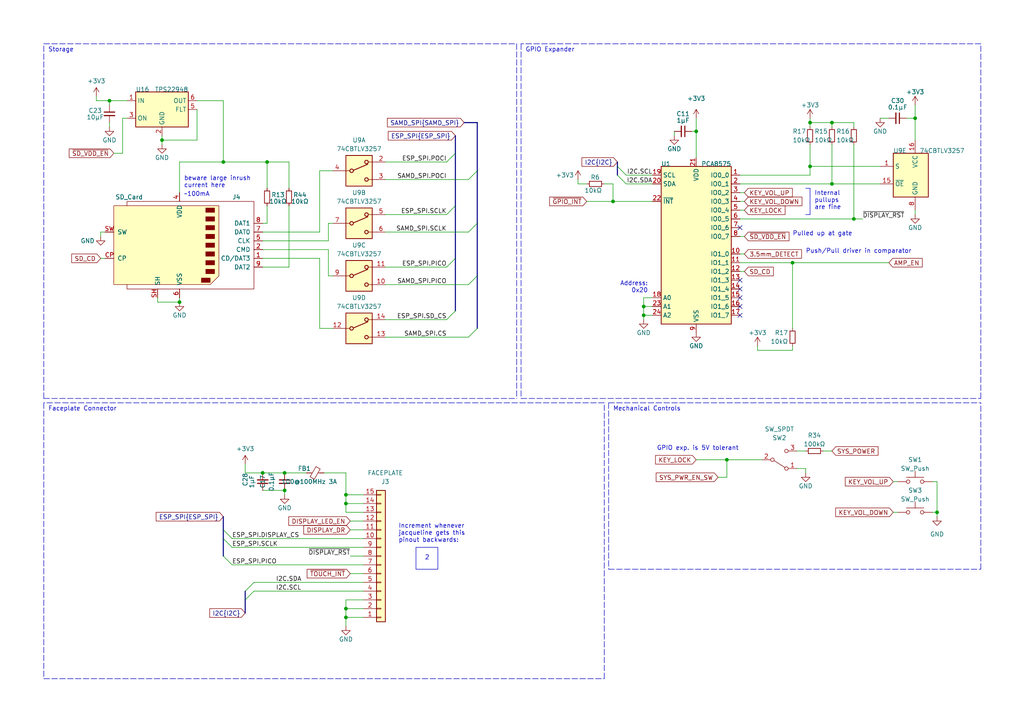
<source format=kicad_sch>
(kicad_sch (version 20230121) (generator eeschema)
  (paper "A4")
  (title_block (title "TANGARA") (date "2023-05-30") (rev "4") (company "made by jacqueline") (comment 1 "SPDX-License-Identifier: CERN-OHL-S-2.0"))
  (lib_symbols
    (symbol "74xx:74CBTLV3257"
      (property "Reference" "U" (at 17.78 1.27 0))
      (property "Value" "74CBTLV3257" (at 15.24 -1.27 0))
      (symbol "74CBTLV3257_1_1"
        (rectangle (start -3.81 4.445) (end 3.81 -4.445) (stroke (width 0.254)) (fill (type background)))
        (circle (center -2.159 0) (radius 0.508) (stroke (width 0.254)))
        (polyline (pts (xy -5.08 0) (xy -2.794 0)))
        (polyline (pts (xy -1.651 0.127) (xy 2.54 1.905)) (stroke (width 0.254)))
        (polyline (pts (xy 5.08 -2.54) (xy 2.794 -2.54)))
        (polyline (pts (xy 5.08 2.54) (xy 2.794 2.54)))
        (circle (center 2.159 -2.54) (radius 0.508) (stroke (width 0.254)))
        (circle (center 2.159 2.54) (radius 0.508) (stroke (width 0.254)))
        (pin passive line (at 7.62 2.54 180) (length 2.54) (name "~") (number "2"))
        (pin passive line (at 7.62 -2.54 180) (length 2.54) (name "~") (number "3"))
        (pin passive line (at -7.62 0 0) (length 2.54) (name "~") (number "4"))
      )
      (symbol "74CBTLV3257_2_1"
        (rectangle (start -3.81 4.445) (end 3.81 -4.445) (stroke (width 0.254)) (fill (type background)))
        (circle (center -2.159 0) (radius 0.508) (stroke (width 0.254)))
        (polyline (pts (xy -5.08 0) (xy -2.794 0)))
        (polyline (pts (xy -1.651 0.127) (xy 2.54 1.905)) (stroke (width 0.254)))
        (polyline (pts (xy 5.08 -2.54) (xy 2.794 -2.54)))
        (polyline (pts (xy 5.08 2.54) (xy 2.794 2.54)))
        (circle (center 2.159 -2.54) (radius 0.508) (stroke (width 0.254)))
        (circle (center 2.159 2.54) (radius 0.508) (stroke (width 0.254)))
        (pin passive line (at 7.62 2.54 180) (length 2.54) (name "~") (number "5"))
        (pin passive line (at 7.62 -2.54 180) (length 2.54) (name "~") (number "6"))
        (pin passive line (at -7.62 0 0) (length 2.54) (name "~") (number "7"))
      )
      (symbol "74CBTLV3257_3_1"
        (rectangle (start -3.81 4.445) (end 3.81 -4.445) (stroke (width 0.254)) (fill (type background)))
        (circle (center -2.159 0) (radius 0.508) (stroke (width 0.254)))
        (polyline (pts (xy -5.08 0) (xy -2.794 0)))
        (polyline (pts (xy -1.651 0.127) (xy 2.54 1.905)) (stroke (width 0.254)))
        (polyline (pts (xy 5.08 -2.54) (xy 2.794 -2.54)))
        (polyline (pts (xy 5.08 2.54) (xy 2.794 2.54)))
        (circle (center 2.159 -2.54) (radius 0.508) (stroke (width 0.254)))
        (circle (center 2.159 2.54) (radius 0.508) (stroke (width 0.254)))
        (pin passive line (at 7.62 -2.54 180) (length 2.54) (name "~") (number "10"))
        (pin passive line (at 7.62 2.54 180) (length 2.54) (name "~") (number "11"))
        (pin passive line (at -7.62 0 0) (length 2.54) (name "~") (number "9"))
      )
      (symbol "74CBTLV3257_4_1"
        (rectangle (start -3.81 4.445) (end 3.81 -4.445) (stroke (width 0.254)) (fill (type background)))
        (circle (center -2.159 0) (radius 0.508) (stroke (width 0.254)))
        (polyline (pts (xy -5.08 0) (xy -2.794 0)))
        (polyline (pts (xy -1.651 0.127) (xy 2.54 1.905)) (stroke (width 0.254)))
        (polyline (pts (xy 5.08 -2.54) (xy 2.794 -2.54)))
        (polyline (pts (xy 5.08 2.54) (xy 2.794 2.54)))
        (circle (center 2.159 -2.54) (radius 0.508) (stroke (width 0.254)))
        (circle (center 2.159 2.54) (radius 0.508) (stroke (width 0.254)))
        (pin passive line (at -7.62 0 0) (length 2.54) (name "~") (number "12"))
        (pin passive line (at 7.62 -2.54 180) (length 2.54) (name "~") (number "13"))
        (pin passive line (at 7.62 2.54 180) (length 2.54) (name "~") (number "14"))
      )
      (symbol "74CBTLV3257_5_1"
        (rectangle (start 3.81 6.35) (end -6.35 -6.35) (stroke (width 0.254)) (fill (type background)))
        (pin input line (at -10.16 2.54 0) (length 3.81) (name "S") (number "1"))
        (pin input line (at -10.16 -2.54 0) (length 3.81) (name "~{OE}") (number "15"))
        (pin power_in line (at 0 10.16 270) (length 3.81) (name "VCC") (number "16"))
        (pin power_in line (at 0 -10.16 90) (length 3.81) (name "GND") (number "8"))
      )
    )
    (symbol "Connector_Generic:Conn_01x15" (pin_names (offset 1.016) hide)
      (property "Reference" "J" (at 0 20.32 0))
      (property "Value" "Conn_01x15" (at 0 -20.32 0))
      (symbol "Conn_01x15_1_1"
        (rectangle (start -1.27 -17.653) (end 0 -17.907) (stroke (width 0.1524)))
        (rectangle (start -1.27 -15.113) (end 0 -15.367) (stroke (width 0.1524)))
        (rectangle (start -1.27 -12.573) (end 0 -12.827) (stroke (width 0.1524)))
        (rectangle (start -1.27 -10.033) (end 0 -10.287) (stroke (width 0.1524)))
        (rectangle (start -1.27 -7.493) (end 0 -7.747) (stroke (width 0.1524)))
        (rectangle (start -1.27 -4.953) (end 0 -5.207) (stroke (width 0.1524)))
        (rectangle (start -1.27 -2.413) (end 0 -2.667) (stroke (width 0.1524)))
        (rectangle (start -1.27 0.127) (end 0 -0.127) (stroke (width 0.1524)))
        (rectangle (start -1.27 2.667) (end 0 2.413) (stroke (width 0.1524)))
        (rectangle (start -1.27 5.207) (end 0 4.953) (stroke (width 0.1524)))
        (rectangle (start -1.27 7.747) (end 0 7.493) (stroke (width 0.1524)))
        (rectangle (start -1.27 10.287) (end 0 10.033) (stroke (width 0.1524)))
        (rectangle (start -1.27 12.827) (end 0 12.573) (stroke (width 0.1524)))
        (rectangle (start -1.27 15.367) (end 0 15.113) (stroke (width 0.1524)))
        (rectangle (start -1.27 17.907) (end 0 17.653) (stroke (width 0.1524)))
        (rectangle (start -1.27 19.05) (end 1.27 -19.05) (stroke (width 0.254)) (fill (type background)))
        (pin passive line (at -5.08 17.78 0) (length 3.81) (name "Pin_1") (number "1"))
        (pin passive line (at -5.08 -5.08 0) (length 3.81) (name "Pin_10") (number "10"))
        (pin passive line (at -5.08 -7.62 0) (length 3.81) (name "Pin_11") (number "11"))
        (pin passive line (at -5.08 -10.16 0) (length 3.81) (name "Pin_12") (number "12"))
        (pin passive line (at -5.08 -12.7 0) (length 3.81) (name "Pin_13") (number "13"))
        (pin passive line (at -5.08 -15.24 0) (length 3.81) (name "Pin_14") (number "14"))
        (pin passive line (at -5.08 -17.78 0) (length 3.81) (name "Pin_15") (number "15"))
        (pin passive line (at -5.08 15.24 0) (length 3.81) (name "Pin_2") (number "2"))
        (pin passive line (at -5.08 12.7 0) (length 3.81) (name "Pin_3") (number "3"))
        (pin passive line (at -5.08 10.16 0) (length 3.81) (name "Pin_4") (number "4"))
        (pin passive line (at -5.08 7.62 0) (length 3.81) (name "Pin_5") (number "5"))
        (pin passive line (at -5.08 5.08 0) (length 3.81) (name "Pin_6") (number "6"))
        (pin passive line (at -5.08 2.54 0) (length 3.81) (name "Pin_7") (number "7"))
        (pin passive line (at -5.08 0 0) (length 3.81) (name "Pin_8") (number "8"))
        (pin passive line (at -5.08 -2.54 0) (length 3.81) (name "Pin_9") (number "9"))
      )
    )
    (symbol "Device:C_Small" (pin_numbers hide) (pin_names (offset 0.254) hide)
      (property "Reference" "C" (at 0.254 1.778 0))
      (property "Value" "C_Small" (at 0.254 -2.032 0))
      (symbol "C_Small_0_1"
        (polyline (pts (xy -1.524 -0.508) (xy 1.524 -0.508)) (stroke (width 0.3302)))
        (polyline (pts (xy -1.524 0.508) (xy 1.524 0.508)) (stroke (width 0.3048)))
      )
      (symbol "C_Small_1_1"
        (pin passive line (at 0 2.54 270) (length 2.032) (name "~") (number "1"))
        (pin passive line (at 0 -2.54 90) (length 2.032) (name "~") (number "2"))
      )
    )
    (symbol "Device:Ferrite_Bead_Small" (pin_numbers hide) (pin_names (offset 0))
      (property "Reference" "FB" (at 1.905 1.27 0))
      (property "Value" "Device_Ferrite_Bead_Small" (at 1.905 -1.27 0))
      (symbol "Ferrite_Bead_Small_0_1"
        (polyline (pts (xy 0 -1.27) (xy 0 -0.7874)))
        (polyline (pts (xy 0 0.889) (xy 0 1.2954)))
        (polyline (pts (xy -1.8288 0.2794) (xy -1.1176 1.4986) (xy 1.8288 -0.2032) (xy 1.1176 -1.4224) (xy -1.8288 0.2794)))
      )
      (symbol "Ferrite_Bead_Small_1_1"
        (pin passive line (at 0 2.54 270) (length 1.27) (name "~") (number "1"))
        (pin passive line (at 0 -2.54 90) (length 1.27) (name "~") (number "2"))
      )
    )
    (symbol "Device:R_Small" (pin_numbers hide) (pin_names (offset 0.254) hide)
      (property "Reference" "R" (at 0.762 0.508 0))
      (property "Value" "R_Small" (at 0.762 -1.016 0))
      (symbol "R_Small_0_1"
        (rectangle (start -0.762 1.778) (end 0.762 -1.778) (stroke (width 0.2032)))
      )
      (symbol "R_Small_1_1"
        (pin passive line (at 0 2.54 270) (length 0.762) (name "~") (number "1"))
        (pin passive line (at 0 -2.54 90) (length 0.762) (name "~") (number "2"))
      )
    )
    (symbol "Switch:SW_Push" (pin_numbers hide) (pin_names (offset 1.016) hide)
      (property "Reference" "SW" (at 1.27 2.54 0))
      (property "Value" "SW_Push" (at 0 -1.524 0))
      (symbol "SW_Push_0_1"
        (circle (center -2.032 0) (radius 0.508))
        (polyline (pts (xy 0 1.27) (xy 0 3.048)))
        (polyline (pts (xy 2.54 1.27) (xy -2.54 1.27)))
        (circle (center 2.032 0) (radius 0.508))
        (pin passive line (at -5.08 0 0) (length 2.54) (name "1") (number "1"))
        (pin passive line (at 5.08 0 180) (length 2.54) (name "2") (number "2"))
      )
    )
    (symbol "Switch:SW_SPDT" (pin_names (offset 0) hide)
      (property "Reference" "SW" (at 0 4.318 0))
      (property "Value" "SW_SPDT" (at 0 -5.08 0))
      (symbol "SW_SPDT_0_0"
        (circle (center -2.032 0) (radius 0.508))
        (circle (center 2.032 -2.54) (radius 0.508))
      )
      (symbol "SW_SPDT_0_1"
        (polyline (pts (xy -1.524 0.254) (xy 1.651 2.286)))
        (circle (center 2.032 2.54) (radius 0.508))
      )
      (symbol "SW_SPDT_1_1"
        (pin passive line (at 5.08 2.54 180) (length 2.54) (name "A") (number "1"))
        (pin passive line (at -5.08 0 0) (length 2.54) (name "B") (number "2"))
        (pin passive line (at 5.08 -2.54 180) (length 2.54) (name "C") (number "3"))
      )
    )
    (symbol "power:+3V3" (power) (pin_names (offset 0))
      (property "Value" "+3V3" (at 0 3.556 0))
      (symbol "+3V3_0_1"
        (polyline (pts (xy -0.762 1.27) (xy 0 2.54)))
        (polyline (pts (xy 0 0) (xy 0 2.54)))
        (polyline (pts (xy 0 2.54) (xy 0.762 1.27)))
      )
      (symbol "+3V3_1_1"
        (pin power_in line (at 0 0 90) (length 0) hide (name "+3V3") (number "1"))
      )
    )
    (symbol "power:GND" (power) (pin_names (offset 0))
      (property "Value" "GND" (at 0 -3.81 0))
      (symbol "GND_0_1"
        (polyline (pts (xy 0 0) (xy 0 -1.27) (xy 1.27 -1.27) (xy 0 -2.54) (xy -1.27 -1.27) (xy 0 -1.27)))
      )
      (symbol "GND_1_1"
        (pin power_in line (at 0 0 270) (length 0) hide (name "GND") (number "1"))
      )
    )
    (symbol "symbols:PCA8575BS"
      (property "Reference" "U" (at -8.89 24.13 0))
      (property "Value" "PCA8575BS" (at 6.35 24.13 0))
      (symbol "PCA8575BS_0_1"
        (rectangle (start -10.16 22.86) (end 10.16 -22.86) (stroke (width 0.254)) (fill (type background)))
      )
      (symbol "PCA8575BS_1_0"
        (pin power_in line (at 0 -25.4 90) (length 2.54) hide (name "EP") (number "25"))
      )
      (symbol "PCA8575BS_1_1"
        (pin bidirectional line (at 12.7 20.32 180) (length 2.54) (name "IO0_0") (number "1"))
        (pin bidirectional line (at 12.7 -2.54 180) (length 2.54) (name "IO1_0") (number "10"))
        (pin bidirectional line (at 12.7 -5.08 180) (length 2.54) (name "IO1_1") (number "11"))
        (pin bidirectional line (at 12.7 -7.62 180) (length 2.54) (name "IO1_2") (number "12"))
        (pin bidirectional line (at 12.7 -10.16 180) (length 2.54) (name "IO1_3") (number "13"))
        (pin bidirectional line (at 12.7 -12.7 180) (length 2.54) (name "IO1_4") (number "14"))
        (pin bidirectional line (at 12.7 -15.24 180) (length 2.54) (name "IO1_5") (number "15"))
        (pin bidirectional line (at 12.7 -17.78 180) (length 2.54) (name "IO1_6") (number "16"))
        (pin bidirectional line (at 12.7 -20.32 180) (length 2.54) (name "IO1_7") (number "17"))
        (pin input line (at -12.7 -15.24 0) (length 2.54) (name "A0") (number "18"))
        (pin input line (at -12.7 20.32 0) (length 2.54) (name "SCL") (number "19"))
        (pin bidirectional line (at 12.7 17.78 180) (length 2.54) (name "IO0_1") (number "2"))
        (pin bidirectional line (at -12.7 17.78 0) (length 2.54) (name "SDA") (number "20"))
        (pin power_in line (at 0 25.4 270) (length 2.54) (name "VDD") (number "21"))
        (pin open_collector line (at -12.7 12.7 0) (length 2.54) (name "~{INT}") (number "22"))
        (pin input line (at -12.7 -17.78 0) (length 2.54) (name "A1") (number "23"))
        (pin input line (at -12.7 -20.32 0) (length 2.54) (name "A2") (number "24"))
        (pin bidirectional line (at 12.7 15.24 180) (length 2.54) (name "IO0_2") (number "3"))
        (pin bidirectional line (at 12.7 12.7 180) (length 2.54) (name "IO0_3") (number "4"))
        (pin bidirectional line (at 12.7 10.16 180) (length 2.54) (name "IO0_4") (number "5"))
        (pin bidirectional line (at 12.7 7.62 180) (length 2.54) (name "IO0_5") (number "6"))
        (pin bidirectional line (at 12.7 5.08 180) (length 2.54) (name "IO0_6") (number "7"))
        (pin bidirectional line (at 12.7 2.54 180) (length 2.54) (name "IO0_7") (number "8"))
        (pin power_in line (at 0 -25.4 90) (length 2.54) (name "VSS") (number "9"))
      )
    )
    (symbol "symbols:SD_Card" (pin_names (offset 1.016))
      (property "Reference" "J" (at -16.51 13.97 0))
      (property "Value" "SD_Card" (at 15.24 -13.97 0))
      (symbol "SD_Card_0_1"
        (rectangle (start -8.89 -9.525) (end -6.35 -10.795) (fill (type outline)))
        (rectangle (start -8.89 -6.985) (end -6.35 -8.255) (fill (type outline)))
        (rectangle (start -8.89 -4.445) (end -6.35 -5.715) (fill (type outline)))
        (rectangle (start -8.89 -1.905) (end -6.35 -3.175) (fill (type outline)))
        (rectangle (start -8.89 0.635) (end -6.35 -0.635) (fill (type outline)))
        (rectangle (start -8.89 3.175) (end -6.35 1.905) (fill (type outline)))
        (rectangle (start -8.89 5.715) (end -6.35 4.445) (fill (type outline)))
        (rectangle (start -8.89 8.255) (end -6.35 6.985) (fill (type outline)))
        (rectangle (start -7.62 10.795) (end -5.08 9.525) (fill (type outline)))
        (polyline (pts (xy -10.16 8.89) (xy -7.62 11.43) (xy 20.32 11.43) (xy 20.32 -11.43) (xy -10.16 -11.43) (xy -10.16 8.89)) (fill (type background)))
        (polyline (pts (xy 16.51 11.43) (xy 16.51 12.7) (xy -20.32 12.7) (xy -20.32 -12.7) (xy 16.51 -12.7) (xy 16.51 -11.43)))
      )
      (symbol "SD_Card_1_1"
        (pin input line (at -22.86 3.81 0) (length 2.54) (name "CD/DAT3") (number "1"))
        (pin input line (at -22.86 1.27 0) (length 2.54) (name "CMD") (number "2"))
        (pin power_in line (at 1.27 15.24 270) (length 2.54) hide (name "VSS") (number "3"))
        (pin power_in line (at 1.27 -15.24 90) (length 2.54) (name "VDD") (number "4"))
        (pin input line (at -22.86 -1.27 0) (length 2.54) (name "CLK") (number "5"))
        (pin power_in line (at 1.27 15.24 270) (length 2.54) (name "VSS") (number "6"))
        (pin input line (at -22.86 -3.81 0) (length 2.54) (name "DAT0") (number "7"))
        (pin input line (at -22.86 -6.35 0) (length 2.54) (name "DAT1") (number "8"))
        (pin input line (at -22.86 6.35 0) (length 2.54) (name "DAT2") (number "9"))
        (pin input line (at 22.86 3.81 180) (length 2.54) (name "CP") (number "CP"))
        (pin input line (at 7.62 15.24 270) (length 2.54) (name "SH") (number "SH"))
        (pin input line (at 22.86 -3.81 180) (length 2.54) (name "SW") (number "SW"))
      )
    )
    (symbol "symbols:TPS22917DBV"
      (property "Reference" "U" (at -6.35 6.35 0))
      (property "Value" "TPS22948" (at 2.54 6.35 0))
      (symbol "TPS22917DBV_0_1"
        (rectangle (start -7.62 5.08) (end 7.62 -5.08) (stroke (width 0.254)) (fill (type background)))
      )
      (symbol "TPS22917DBV_1_1"
        (pin power_in line (at -10.16 2.54 0) (length 2.54) (name "IN") (number "1"))
        (pin power_in line (at 0 -7.62 90) (length 2.54) (name "GND") (number "2"))
        (pin input line (at -10.16 -2.54 0) (length 2.54) (name "ON") (number "3"))
        (pin no_connect line (at -7.62 0 0) (length 2.54) hide (name "NC") (number "4"))
        (pin open_collector line (at 10.16 0 180) (length 2.54) (name "FLT") (number "5"))
        (pin power_out line (at 10.16 2.54 180) (length 2.54) (name "OUT") (number "6"))
      )
    )
  )
  (junction (at 82.55 137.16))
  (junction (at 186.69 91.44))
  (junction (at 100.33 146.05))
  (junction (at 46.99 40.64))
  (junction (at 64.77 46.99))
  (junction (at 52.07 87.63))
  (junction (at 100.33 176.53))
  (junction (at 234.95 48.26))
  (junction (at 100.33 179.07))
  (junction (at 265.43 34.29))
  (junction (at 76.2 137.16))
  (junction (at 82.55 142.24))
  (junction (at 234.95 35.56))
  (junction (at 241.3 53.34))
  (junction (at 100.33 143.51))
  (junction (at 229.87 76.2))
  (junction (at 271.78 148.59))
  (junction (at 31.75 29.21))
  (junction (at 201.93 38.1))
  (junction (at 186.69 88.9))
  (junction (at 210.82 133.35))
  (junction (at 241.3 35.56))
  (junction (at 247.65 63.5))
  (junction (at 77.47 46.99))
  (junction (at 177.8 58.42))
  (no_connect (at 214.63 81.28))
  (no_connect (at 214.63 86.36))
  (no_connect (at 214.63 83.82))
  (no_connect (at 214.63 91.44))
  (no_connect (at 214.63 88.9))
  (no_connect (at 214.63 66.04))
  (bus_entry (at 67.31 158.75) (size -2.54 -2.54))
  (bus_entry (at 179.07 48.26) (size 2.54 2.54))
  (bus_entry (at 129.54 77.47) (size 2.54 -2.54))
  (bus_entry (at 129.54 92.71) (size 2.54 -2.54))
  (bus_entry (at 129.54 46.99) (size 2.54 -2.54))
  (bus_entry (at 129.54 62.23) (size 2.54 -2.54))
  (bus_entry (at 179.07 50.8) (size 2.54 2.54))
  (bus_entry (at 135.89 52.07) (size 2.54 -2.54))
  (bus_entry (at 135.89 82.55) (size 2.54 -2.54))
  (bus_entry (at 135.89 67.31) (size 2.54 -2.54))
  (bus_entry (at 67.31 163.83) (size -2.54 -2.54))
  (bus_entry (at 71.12 171.45) (size 2.54 -2.54))
  (bus_entry (at 71.12 173.99) (size 2.54 -2.54))
  (bus_entry (at 135.89 97.79) (size 2.54 -2.54))
  (bus_entry (at 67.31 156.21) (size -2.54 -2.54))
  (wire (pts (xy 186.69 88.9) (xy 186.69 91.44)))
  (wire (pts (xy 186.69 91.44) (xy 186.69 92.71)))
  (bus (pts (xy 64.77 153.67) (xy 64.77 156.21)))
  (wire (pts (xy 271.78 139.7) (xy 271.78 148.59)))
  (wire (pts (xy 67.31 156.21) (xy 105.41 156.21)))
  (polyline (pts (xy 12.7 12.7) (xy 149.86 12.7)) (stroke (width 0) (type dash)))
  (polyline (pts (xy 176.53 116.84) (xy 176.53 165.1)) (stroke (width 0) (type dash)))
  (wire (pts (xy 219.71 100.33) (xy 219.71 101.6)))
  (wire (pts (xy 93.98 137.16) (xy 100.33 137.16)))
  (wire (pts (xy 208.28 138.43) (xy 210.82 138.43)))
  (wire (pts (xy 234.95 41.91) (xy 234.95 48.26)))
  (wire (pts (xy 76.2 142.24) (xy 82.55 142.24)))
  (wire (pts (xy 250.19 63.5) (xy 247.65 63.5)))
  (bus (pts (xy 134.62 35.56) (xy 138.43 35.56)))
  (polyline (pts (xy 234.95 62.23) (xy 234.95 54.61)))
  (wire (pts (xy 100.33 179.07) (xy 105.41 179.07)))
  (bus (pts (xy 71.12 171.45) (xy 71.12 173.99)))
  (wire (pts (xy 52.07 87.63) (xy 52.07 86.36)))
  (wire (pts (xy 265.43 30.48) (xy 265.43 34.29)))
  (wire (pts (xy 201.93 34.29) (xy 201.93 38.1)))
  (wire (pts (xy 92.71 49.53) (xy 92.71 67.31)))
  (wire (pts (xy 57.15 40.64) (xy 46.99 40.64)))
  (wire (pts (xy 214.63 76.2) (xy 229.87 76.2)))
  (wire (pts (xy 57.15 29.21) (xy 64.77 29.21)))
  (wire (pts (xy 101.6 153.67) (xy 105.41 153.67)))
  (wire (pts (xy 177.8 53.34) (xy 177.8 58.42)))
  (wire (pts (xy 77.47 46.99) (xy 83.82 46.99)))
  (bus (pts (xy 132.08 44.45) (xy 132.08 59.69)))
  (wire (pts (xy 270.51 148.59) (xy 271.78 148.59)))
  (wire (pts (xy 234.95 50.8) (xy 234.95 48.26)))
  (wire (pts (xy 31.75 35.56) (xy 31.75 36.83)))
  (wire (pts (xy 175.26 53.34) (xy 177.8 53.34)))
  (wire (pts (xy 241.3 35.56) (xy 247.65 35.56)))
  (polyline (pts (xy 176.53 116.84) (xy 284.48 116.84)) (stroke (width 0) (type dash)))
  (wire (pts (xy 214.63 58.42) (xy 215.9 58.42)))
  (wire (pts (xy 35.56 34.29) (xy 35.56 44.45)))
  (wire (pts (xy 170.18 58.42) (xy 177.8 58.42)))
  (wire (pts (xy 214.63 53.34) (xy 241.3 53.34)))
  (wire (pts (xy 95.25 72.39) (xy 95.25 80.01)))
  (polyline (pts (xy 151.13 12.7) (xy 151.13 115.57)) (stroke (width 0) (type dash)))
  (wire (pts (xy 247.65 41.91) (xy 247.65 63.5)))
  (wire (pts (xy 76.2 137.16) (xy 82.55 137.16)))
  (wire (pts (xy 100.33 181.61) (xy 100.33 179.07)))
  (wire (pts (xy 67.31 158.75) (xy 105.41 158.75)))
  (wire (pts (xy 181.61 53.34) (xy 189.23 53.34)))
  (wire (pts (xy 31.75 29.21) (xy 31.75 30.48)))
  (wire (pts (xy 100.33 176.53) (xy 100.33 179.07)))
  (wire (pts (xy 92.71 74.93) (xy 92.71 95.25)))
  (wire (pts (xy 100.33 137.16) (xy 100.33 143.51)))
  (wire (pts (xy 45.72 86.36) (xy 45.72 87.63)))
  (wire (pts (xy 111.76 97.79) (xy 135.89 97.79)))
  (wire (pts (xy 167.64 53.34) (xy 170.18 53.34)))
  (wire (pts (xy 76.2 67.31) (xy 92.71 67.31)))
  (wire (pts (xy 29.21 67.31) (xy 29.21 68.58)))
  (polyline (pts (xy 151.13 115.57) (xy 284.48 115.57)) (stroke (width 0) (type dash)))
  (wire (pts (xy 71.12 137.16) (xy 76.2 137.16)))
  (wire (pts (xy 46.99 39.37) (xy 46.99 40.64)))
  (wire (pts (xy 247.65 35.56) (xy 247.65 36.83)))
  (bus (pts (xy 132.08 74.93) (xy 132.08 90.17)))
  (wire (pts (xy 189.23 88.9) (xy 186.69 88.9)))
  (wire (pts (xy 64.77 29.21) (xy 64.77 46.99)))
  (wire (pts (xy 189.23 86.36) (xy 186.69 86.36)))
  (wire (pts (xy 270.51 139.7) (xy 271.78 139.7)))
  (wire (pts (xy 200.66 38.1) (xy 201.93 38.1)))
  (bus (pts (xy 138.43 35.56) (xy 138.43 49.53)))
  (wire (pts (xy 95.25 80.01) (xy 96.52 80.01)))
  (wire (pts (xy 71.12 134.62) (xy 71.12 137.16)))
  (wire (pts (xy 229.87 100.33) (xy 229.87 101.6)))
  (bus (pts (xy 179.07 46.99) (xy 179.07 48.26)))
  (wire (pts (xy 101.6 161.29) (xy 105.41 161.29)))
  (wire (pts (xy 92.71 95.25) (xy 96.52 95.25)))
  (wire (pts (xy 33.02 44.45) (xy 35.56 44.45)))
  (wire (pts (xy 64.77 46.99) (xy 77.47 46.99)))
  (polyline (pts (xy 284.48 165.1) (xy 284.48 116.84)) (stroke (width 0) (type dash)))
  (wire (pts (xy 215.9 68.58) (xy 214.63 68.58)))
  (wire (pts (xy 255.27 34.29) (xy 257.81 34.29)))
  (wire (pts (xy 77.47 46.99) (xy 77.47 54.61)))
  (wire (pts (xy 214.63 55.88) (xy 215.9 55.88)))
  (wire (pts (xy 95.25 69.85) (xy 95.25 64.77)))
  (wire (pts (xy 234.95 48.26) (xy 255.27 48.26)))
  (wire (pts (xy 214.63 50.8) (xy 234.95 50.8)))
  (wire (pts (xy 111.76 92.71) (xy 129.54 92.71)))
  (wire (pts (xy 57.15 31.75) (xy 57.15 40.64)))
  (wire (pts (xy 234.95 35.56) (xy 234.95 36.83)))
  (polyline (pts (xy 12.7 196.85) (xy 175.26 196.85)) (stroke (width 0) (type dash)))
  (wire (pts (xy 100.33 143.51) (xy 105.41 143.51)))
  (wire (pts (xy 177.8 58.42) (xy 189.23 58.42)))
  (wire (pts (xy 111.76 77.47) (xy 129.54 77.47)))
  (wire (pts (xy 111.76 52.07) (xy 135.89 52.07)))
  (wire (pts (xy 101.6 166.37) (xy 105.41 166.37)))
  (wire (pts (xy 73.66 171.45) (xy 105.41 171.45)))
  (bus (pts (xy 179.07 48.26) (xy 179.07 50.8)))
  (wire (pts (xy 195.58 38.1) (xy 195.58 39.37)))
  (wire (pts (xy 167.64 52.07) (xy 167.64 53.34)))
  (wire (pts (xy 83.82 54.61) (xy 83.82 46.99)))
  (wire (pts (xy 219.71 101.6) (xy 229.87 101.6)))
  (wire (pts (xy 215.9 73.66) (xy 214.63 73.66)))
  (wire (pts (xy 233.68 137.16) (xy 233.68 135.89)))
  (polyline (pts (xy 12.7 115.57) (xy 149.86 115.57)) (stroke (width 0) (type dash)))
  (wire (pts (xy 247.65 63.5) (xy 214.63 63.5)))
  (bus (pts (xy 138.43 64.77) (xy 138.43 80.01)))
  (wire (pts (xy 241.3 53.34) (xy 255.27 53.34)))
  (wire (pts (xy 229.87 76.2) (xy 257.81 76.2)))
  (polyline (pts (xy 175.26 196.85) (xy 175.26 116.84)) (stroke (width 0) (type dash)))
  (wire (pts (xy 100.33 148.59) (xy 100.33 146.05)))
  (wire (pts (xy 265.43 34.29) (xy 265.43 40.64)))
  (wire (pts (xy 201.93 133.35) (xy 210.82 133.35)))
  (polyline (pts (xy 12.7 115.57) (xy 12.7 12.7)) (stroke (width 0) (type dash)))
  (wire (pts (xy 105.41 146.05) (xy 100.33 146.05)))
  (polyline (pts (xy 176.53 165.1) (xy 284.48 165.1)) (stroke (width 0) (type dash)))
  (wire (pts (xy 265.43 62.23) (xy 265.43 60.96)))
  (wire (pts (xy 46.99 41.91) (xy 46.99 40.64)))
  (wire (pts (xy 111.76 82.55) (xy 135.89 82.55)))
  (polyline (pts (xy 12.7 116.84) (xy 12.7 196.85)) (stroke (width 0) (type dash)))
  (bus (pts (xy 64.77 156.21) (xy 64.77 161.29)))
  (bus (pts (xy 132.08 39.37) (xy 132.08 44.45)))
  (wire (pts (xy 73.66 168.91) (xy 105.41 168.91)))
  (wire (pts (xy 52.07 55.88) (xy 52.07 46.99)))
  (wire (pts (xy 27.94 29.21) (xy 31.75 29.21)))
  (wire (pts (xy 111.76 67.31) (xy 135.89 67.31)))
  (polyline (pts (xy 175.26 116.84) (xy 12.7 116.84)) (stroke (width 0) (type dash)))
  (wire (pts (xy 210.82 133.35) (xy 210.82 138.43)))
  (wire (pts (xy 77.47 59.69) (xy 77.47 64.77)))
  (wire (pts (xy 233.68 135.89) (xy 231.14 135.89)))
  (wire (pts (xy 201.93 38.1) (xy 201.93 45.72)))
  (wire (pts (xy 234.95 35.56) (xy 241.3 35.56)))
  (wire (pts (xy 82.55 142.24) (xy 82.55 143.51)))
  (polyline (pts (xy 233.68 62.23) (xy 234.95 62.23)))
  (wire (pts (xy 210.82 133.35) (xy 220.98 133.35)))
  (bus (pts (xy 132.08 59.69) (xy 132.08 74.93)))
  (wire (pts (xy 36.83 34.29) (xy 35.56 34.29)))
  (wire (pts (xy 101.6 151.13) (xy 105.41 151.13)))
  (wire (pts (xy 83.82 59.69) (xy 83.82 77.47)))
  (wire (pts (xy 96.52 49.53) (xy 92.71 49.53)))
  (wire (pts (xy 31.75 29.21) (xy 36.83 29.21)))
  (wire (pts (xy 76.2 64.77) (xy 77.47 64.77)))
  (wire (pts (xy 231.14 130.81) (xy 233.68 130.81)))
  (polyline (pts (xy 284.48 12.7) (xy 151.13 12.7)) (stroke (width 0) (type dash)))
  (wire (pts (xy 30.48 67.31) (xy 29.21 67.31)))
  (wire (pts (xy 76.2 72.39) (xy 95.25 72.39)))
  (polyline (pts (xy 233.68 54.61) (xy 234.95 54.61)))
  (wire (pts (xy 105.41 148.59) (xy 100.33 148.59)))
  (wire (pts (xy 241.3 41.91) (xy 241.3 53.34)))
  (wire (pts (xy 262.89 34.29) (xy 265.43 34.29)))
  (wire (pts (xy 100.33 173.99) (xy 100.33 176.53)))
  (wire (pts (xy 76.2 74.93) (xy 92.71 74.93)))
  (polyline (pts (xy 149.86 12.7) (xy 149.86 115.57)) (stroke (width 0) (type dash)))
  (wire (pts (xy 111.76 46.99) (xy 129.54 46.99)))
  (wire (pts (xy 215.9 78.74) (xy 214.63 78.74)))
  (wire (pts (xy 234.95 34.29) (xy 234.95 35.56)))
  (wire (pts (xy 82.55 137.16) (xy 88.9 137.16)))
  (wire (pts (xy 111.76 62.23) (xy 129.54 62.23)))
  (bus (pts (xy 64.77 149.86) (xy 64.77 153.67)))
  (wire (pts (xy 76.2 69.85) (xy 95.25 69.85)))
  (wire (pts (xy 181.61 50.8) (xy 189.23 50.8)))
  (wire (pts (xy 95.25 64.77) (xy 96.52 64.77)))
  (bus (pts (xy 71.12 173.99) (xy 71.12 177.8)))
  (wire (pts (xy 100.33 146.05) (xy 100.33 143.51)))
  (wire (pts (xy 189.23 91.44) (xy 186.69 91.44)))
  (wire (pts (xy 45.72 87.63) (xy 52.07 87.63)))
  (wire (pts (xy 271.78 148.59) (xy 271.78 149.86)))
  (polyline (pts (xy 284.48 115.57) (xy 284.48 12.7)) (stroke (width 0) (type dash)))
  (wire (pts (xy 27.94 27.94) (xy 27.94 29.21)))
  (wire (pts (xy 186.69 86.36) (xy 186.69 88.9)))
  (wire (pts (xy 259.08 139.7) (xy 260.35 139.7)))
  (wire (pts (xy 52.07 46.99) (xy 64.77 46.99)))
  (bus (pts (xy 138.43 49.53) (xy 138.43 64.77)))
  (wire (pts (xy 215.9 60.96) (xy 214.63 60.96)))
  (wire (pts (xy 105.41 176.53) (xy 100.33 176.53)))
  (wire (pts (xy 76.2 77.47) (xy 83.82 77.47)))
  (wire (pts (xy 105.41 173.99) (xy 100.33 173.99)))
  (wire (pts (xy 241.3 130.81) (xy 238.76 130.81)))
  (wire (pts (xy 259.08 148.59) (xy 260.35 148.59)))
  (bus (pts (xy 138.43 80.01) (xy 138.43 95.25)))
  (wire (pts (xy 67.31 163.83) (xy 105.41 163.83)))
  (wire (pts (xy 241.3 35.56) (xy 241.3 36.83)))
  (wire (pts (xy 229.87 76.2) (xy 229.87 95.25)))
  (wire (pts (xy 29.21 74.93) (xy 30.48 74.93)))
  (rectangle (start 120.65 158.75) (end 127 165.1))
  (text "GPIO exp. is 5V tolerant" (at 190.5 130.81 0) (effects (font (size 1.27 1.27)) (justify left bottom)))
  (text "GPIO Expander" (at 152.4 15.24 0) (effects (font (size 1.27 1.27)) (justify left bottom)))
  (text "beware large inrush\ncurrent here" (at 53.34 54.61 0) (effects (font (size 1.27 1.27)) (justify left bottom)))
  (text "Internal\npullups\nare fine" (at 236.22 60.96 0) (effects (font (size 1.27 1.27)) (justify left bottom)))
  (text "~100mA" (at 53.34 57.15 0) (effects (font (size 1.27 1.27)) (justify left bottom)))
  (text "Increment whenever\njacqueline gets this\npinout backwards:" (at 115.57 157.48 0) (effects (font (size 1.27 1.27)) (justify left bottom)))
  (text "Pulled up at gate" (at 229.87 68.58 0) (effects (font (size 1.27 1.27)) (justify left bottom)))
  (text "Storage" (at 13.97 15.24 0) (effects (font (size 1.27 1.27)) (justify left bottom)))
  (text "Mechanical Controls" (at 177.8 119.38 0) (effects (font (size 1.27 1.27)) (justify left bottom)))
  (text "2" (at 123.19 162.56 0) (effects (font (size 1.27 1.27)) (justify left bottom)))
  (text "Push/Pull driver in comparator" (at 233.68 73.66 0) (effects (font (size 1.27 1.27)) (justify left bottom)))
  (text "Faceplate Connector" (at 13.97 119.38 0) (effects (font (size 1.27 1.27)) (justify left bottom)))
  (text "Address:\n0x20" (at 187.96 85.09 0) (effects (font (size 1.27 1.27)) (justify right bottom)))
  (label "SAMD_SPI.POCI" (at 129.54 52.07 180))
  (label "I2C.SDA" (at 80.01 168.91 0))
  (label "I2C.SCL" (at 189.23 50.8 180))
  (label "SAMD_SPI.PICO" (at 129.54 82.55 180))
  (label "ESP_SPI.PICO" (at 129.54 77.47 180))
  (label "ESP_SPI.SD_CS" (at 129.54 92.71 180))
  (label "ESP_SPI.POCI" (at 129.54 46.99 180))
  (label "ESP_SPI.PICO" (at 67.31 163.83 0))
  (label "SAMD_SPI.SCLK" (at 129.54 67.31 180))
  (label "~{DISPLAY_RST}" (at 101.6 161.29 180) (property "Intersheetrefs" "${INTERSHEET_REFS}" (effects hide)))
  (label "ESP_SPI.DISPLAY_CS" (at 67.31 156.21 0))
  (label "SAMD_SPI.CS" (at 129.54 97.79 180))
  (label "ESP_SPI.SCLK" (at 67.31 158.75 0))
  (label "I2C.SDA" (at 189.23 53.34 180))
  (label "~{DISPLAY_RST}" (at 250.19 63.5 0) (property "Intersheetrefs" "${INTERSHEET_REFS}" (effects hide)))
  (label "ESP_SPI.SCLK" (at 129.54 62.23 180))
  (label "I2C.SCL" (at 80.01 171.45 0))
  (global_label "ESP_SPI{ESP_SPI}" (shape input) (at 132.08 39.37 180) (property "Intersheetrefs" "${INTERSHEET_REFS}" (effects hide)))
  (global_label "DISPLAY_LED_EN" (shape input) (at 101.6 151.13 180) (property "Intersheetrefs" "${INTERSHEET_REFS}" (effects hide)))
  (global_label "KEY_VOL_DOWN" (shape input) (at 259.08 148.59 180) (property "Intersheetrefs" "${INTERSHEET_REFS}" (effects hide)))
  (global_label "SYS_POWER" (shape input) (at 241.3 130.81 0) (property "Intersheetrefs" "${INTERSHEET_REFS}" (effects hide)))
  (global_label "SD_CD" (shape input) (at 29.21 74.93 180) (property "Intersheetrefs" "${INTERSHEET_REFS}" (effects hide)))
  (global_label "KEY_LOCK" (shape input) (at 215.9 60.96 0) (property "Intersheetrefs" "${INTERSHEET_REFS}" (effects hide)))
  (global_label "SD_CD" (shape input) (at 215.9 78.74 0) (property "Intersheetrefs" "${INTERSHEET_REFS}" (effects hide)))
  (global_label "I2C{I2C}" (shape input) (at 71.12 177.8 180) (property "Intersheetrefs" "${INTERSHEET_REFS}" (effects hide)))
  (global_label "SAMD_SPI{SAMD_SPI}" (shape input) (at 134.62 35.56 180) (property "Intersheetrefs" "${INTERSHEET_REFS}" (effects hide)))
  (global_label "KEY_VOL_UP" (shape input) (at 215.9 55.88 0) (property "Intersheetrefs" "${INTERSHEET_REFS}" (effects hide)))
  (global_label "~{SD_VDD_EN}" (shape input) (at 33.02 44.45 180) (property "Intersheetrefs" "${INTERSHEET_REFS}" (effects hide)))
  (global_label "3.5mm_DETECT" (shape input) (at 215.9 73.66 0) (property "Intersheetrefs" "${INTERSHEET_REFS}" (effects hide)))
  (global_label "KEY_LOCK" (shape input) (at 201.93 133.35 180) (property "Intersheetrefs" "${INTERSHEET_REFS}" (effects hide)))
  (global_label "~{TOUCH_INT}" (shape input) (at 101.6 166.37 180) (property "Intersheetrefs" "${INTERSHEET_REFS}" (effects hide)))
  (global_label "I2C{I2C}" (shape input) (at 179.07 46.99 180) (property "Intersheetrefs" "${INTERSHEET_REFS}" (effects hide)))
  (global_label "~{SD_VDD_EN}" (shape input) (at 215.9 68.58 0) (property "Intersheetrefs" "${INTERSHEET_REFS}" (effects hide)))
  (global_label "ESP_SPI{ESP_SPI}" (shape input) (at 64.77 149.86 180) (property "Intersheetrefs" "${INTERSHEET_REFS}" (effects hide)))
  (global_label "DISPLAY_DR" (shape input) (at 101.6 153.67 180) (property "Intersheetrefs" "${INTERSHEET_REFS}" (effects hide)))
  (global_label "~{GPIO_INT}" (shape input) (at 170.18 58.42 180) (property "Intersheetrefs" "${INTERSHEET_REFS}" (effects hide)))
  (global_label "AMP_EN" (shape input) (at 257.81 76.2 0) (property "Intersheetrefs" "${INTERSHEET_REFS}" (effects hide)))
  (global_label "SYS_PWR_EN_SW" (shape input) (at 208.28 138.43 180) (property "Intersheetrefs" "${INTERSHEET_REFS}" (effects hide)))
  (global_label "KEY_VOL_UP" (shape input) (at 259.08 139.7 180) (property "Intersheetrefs" "${INTERSHEET_REFS}" (effects hide)))
  (global_label "KEY_VOL_DOWN" (shape input) (at 215.9 58.42 0) (property "Intersheetrefs" "${INTERSHEET_REFS}" (effects hide)))
  (symbol (lib_id "Device:R_Small") (at 77.47 57.15 0) (unit 1)
    (property "Reference" "R13" (at 80.645 56.515 0))
    (property "Value" "10kΩ" (at 80.645 58.42 0))
    (property "Footprint" "Resistor_SMD:R_0603_1608Metric" (effects hide))
    (property "MPN" "AC0603JR-0710KL" (effects hide))
  )
  (symbol (lib_id "power:GND") (at 271.78 149.86 0) (unit 1)
    (property "Reference" "#PWR0413" (effects hide))
    (property "Value" "GND" (at 271.78 154.94 0))
  )
  (symbol (lib_id "Device:C_Small") (at 260.35 34.29 270) (unit 1)
    (property "Reference" "C30" (at 260.35 29.21 90))
    (property "Value" "0.1μF" (at 260.35 31.115 90))
    (property "Footprint" "Capacitor_SMD:C_0603_1608Metric" (effects hide))
    (property "MPN" "GCM188R71C104KA37J" (effects hide))
  )
  (symbol (lib_id "symbols:PCA8575BS") (at 201.93 71.12 0) (unit 1)
    (property "Reference" "U1" (at 191.77 48.26 0) (effects (justify left bottom)))
    (property "Value" "PCA8575" (at 212.09 48.26 0) (effects (justify right bottom)))
    (property "Footprint" "Package_DFN_QFN:HVQFN-24-1EP_4x4mm_P0.5mm_EP2.1x2.1mm" (effects hide))
    (property "Datasheet" "https://www.nxp.com/docs/en/data-sheet/PCA9555.pdf" (effects hide))
    (property "MPN" "PCA8575BS,118" (effects hide))
  )
  (symbol (lib_id "Device:R_Small") (at 83.82 57.15 0) (unit 1)
    (property "Reference" "R44" (at 86.995 56.515 0))
    (property "Value" "10kΩ" (at 86.995 58.42 0))
    (property "Footprint" "Resistor_SMD:R_0603_1608Metric" (effects hide))
    (property "MPN" "AC0603JR-0710KL" (effects hide))
  )
  (symbol (lib_id "Switch:SW_SPDT") (at 226.06 133.35 0) (mirror x) (unit 1)
    (property "Reference" "SW2" (at 226.06 127 0))
    (property "Value" "SW_SPDT" (at 226.06 124.46 0))
    (property "Footprint" "Button_Switch_SMD:SW_SPDT_CK-JS102011SAQN" (effects hide))
    (property "MPN" "JS102011SAQN" (effects hide))
  )
  (symbol (lib_id "Device:Ferrite_Bead_Small") (at 91.44 137.16 90) (unit 1)
    (property "Reference" "FB1" (at 90.17 135.89 90) (effects (justify left)))
    (property "Value" "100@100MHz 3A" (at 97.79 139.7 90) (effects (justify left)))
    (property "Footprint" "Inductor_SMD:L_0603_1608Metric" (effects hide))
    (property "MPN" "BLM18KG101TN1D" (effects hide))
    (instances (project "tangara-mainboard" (path "" (reference "FB1") (unit 1)) (path "" (reference "FB2") (unit 1))) (project "reform2-motherboard" (path "" (reference "FB17") (unit 1))))
  )
  (symbol (lib_id "power:GND") (at 195.58 39.37 0) (unit 1)
    (property "Reference" "#PWR0410" (effects hide))
    (property "Value" "GND" (at 195.58 43.18 0))
  )
  (symbol (lib_id "Device:C_Small") (at 198.12 38.1 270) (unit 1)
    (property "Reference" "C11" (at 198.12 33.02 90))
    (property "Value" "1μF" (at 198.12 34.925 90))
    (property "Footprint" "Capacitor_SMD:C_0805_2012Metric" (effects hide))
    (property "MPN" "GRM216R61C105KA88D" (effects hide))
  )
  (symbol (lib_id "power:GND") (at 46.99 41.91 0) (unit 1)
    (property "Reference" "#PWR0402" (effects hide))
    (property "Value" "GND" (at 46.99 45.72 0))
  )
  (symbol (lib_id "power:GND") (at 31.75 36.83 0) (unit 1)
    (property "Reference" "#PWR0402" (effects hide))
    (property "Value" "GND" (at 31.75 40.64 0))
  )
  (symbol (lib_id "Connector_Generic:Conn_01x15") (at 110.49 161.29 0) (mirror x) (unit 1)
    (property "Reference" "J3" (at 111.76 139.7 0))
    (property "Value" "FACEPLATE" (at 111.76 137.16 0))
    (property "Footprint" "footprints:molex_5052781533" (effects hide))
    (property "MPN" "5052781533" (effects hide))
  )
  (symbol (lib_id "74xx:74CBTLV3257") (at 104.14 95.25 0) (unit 4)
    (property "Reference" "U9" (at 104.14 86.36 0))
    (property "Value" "74CBTLV3257" (at 104.14 88.9 0))
    (property "Footprint" "Package_SO:TSSOP-16_4.4x5mm_P0.65mm" (effects hide))
    (property "Datasheet" "http://www.ti.com/lit/ds/symlink/sn74cbtlv3257.pdf" (effects hide))
    (property "MPN" "74CBTLV3257PW-Q10J" (effects hide))
  )
  (symbol (lib_id "power:+3V3") (at 265.43 30.48 0) (unit 1)
    (property "Reference" "#PWR0416" (effects hide))
    (property "Value" "+3V3" (at 265.43 26.67 0))
  )
  (symbol (lib_id "74xx:74CBTLV3257") (at 104.14 49.53 0) (unit 1)
    (property "Reference" "U9" (at 104.14 40.64 0))
    (property "Value" "74CBTLV3257" (at 104.14 43.18 0))
    (property "Footprint" "Package_SO:TSSOP-16_4.4x5mm_P0.65mm" (effects hide))
    (property "Datasheet" "http://www.ti.com/lit/ds/symlink/sn74cbtlv3257.pdf" (effects hide))
    (property "MPN" "74CBTLV3257PW-Q10J" (effects hide))
  )
  (symbol (lib_id "Device:R_Small") (at 234.95 39.37 0) (unit 1)
    (property "Reference" "R17" (at 229.87 38.1 0) (effects (justify left)))
    (property "Value" "10kΩ" (at 229.87 40.64 0) (effects (justify left)))
    (property "Footprint" "Resistor_SMD:R_0603_1608Metric" (effects hide))
    (property "MPN" "AC0603JR-0710KL" (effects hide))
  )
  (symbol (lib_id "74xx:74CBTLV3257") (at 104.14 80.01 0) (unit 3)
    (property "Reference" "U9" (at 104.14 71.12 0))
    (property "Value" "74CBTLV3257" (at 104.14 73.66 0))
    (property "Footprint" "Package_SO:TSSOP-16_4.4x5mm_P0.65mm" (effects hide))
    (property "Datasheet" "http://www.ti.com/lit/ds/symlink/sn74cbtlv3257.pdf" (effects hide))
    (property "MPN" "74CBTLV3257PW-Q10J" (effects hide))
  )
  (symbol (lib_id "Switch:SW_Push") (at 265.43 139.7 0) (unit 1)
    (property "Reference" "SW1" (at 265.43 133.35 0))
    (property "Value" "SW_Push" (at 265.43 135.89 0))
    (property "Footprint" "Button_Switch_SMD:SW_SPST_EVQP7C" (effects hide))
    (property "MPN" "EVQ-P7C01P" (effects hide))
  )
  (symbol (lib_id "power:GND") (at 265.43 62.23 0) (unit 1)
    (property "Reference" "#PWR0417" (effects hide))
    (property "Value" "GND" (at 265.43 66.04 0))
  )
  (symbol (lib_id "power:GND") (at 255.27 34.29 0) (unit 1)
    (property "Reference" "#PWR0415" (effects hide))
    (property "Value" "GND" (at 255.27 38.1 0))
  )
  (symbol (lib_id "Device:R_Small") (at 247.65 39.37 0) (unit 1)
    (property "Reference" "R16" (at 242.57 38.1 0) (effects (justify left)))
    (property "Value" "10kΩ" (at 242.57 40.64 0) (effects (justify left)))
    (property "Footprint" "Resistor_SMD:R_0603_1608Metric" (effects hide))
    (property "MPN" "AC0603JR-0710KL" (effects hide))
  )
  (symbol (lib_id "Device:R_Small") (at 236.22 130.81 90) (unit 1)
    (property "Reference" "R34" (at 236.22 127 90) (effects (justify top)))
    (property "Value" "100kΩ" (at 236.22 129.54 90) (effects (justify top)))
    (property "Footprint" "Resistor_SMD:R_0603_1608Metric" (effects hide))
    (property "MPN" "RC0603JR-10100KL" (effects hide))
    (instances (project "tangara-mainboard" (path "" (reference "R34") (unit 1)) (path "" (reference "R4") (unit 1))))
  )
  (symbol (lib_id "74xx:74CBTLV3257") (at 265.43 50.8 0) (unit 5)
    (property "Reference" "U9" (at 259.08 44.45 0) (effects (justify left bottom)))
    (property "Value" "74CBTLV3257" (at 266.7 44.45 0) (effects (justify left bottom)))
    (property "Footprint" "Package_SO:TSSOP-16_4.4x5mm_P0.65mm" (effects hide))
    (property "Datasheet" "http://www.ti.com/lit/ds/symlink/sn74cbtlv3257.pdf" (effects hide))
    (property "MPN" "74CBTLV3257PW-Q10J" (effects hide))
  )
  (symbol (lib_id "power:+3V3") (at 234.95 34.29 0) (unit 1)
    (property "Reference" "#PWR05" (effects hide))
    (property "Value" "+3V3" (at 234.95 30.48 0))
  )
  (symbol (lib_id "symbols:TPS22917DBV") (at 46.99 31.75 0) (unit 1)
    (property "Reference" "U16" (at 39.37 26.67 0) (effects (justify left bottom)))
    (property "Value" "TPS22948" (at 54.61 26.67 0) (effects (justify right bottom)))
    (property "Footprint" "footprints:SOT65P210X110-6N" (effects hide))
    (property "Datasheet" "http://www.ti.com/lit/ds/symlink/tps22917.pdf" (effects hide))
    (property "MPN" "TPS22948DCKR" (effects hide))
  )
  (symbol (lib_id "power:+3V3") (at 71.12 134.62 0) (unit 1)
    (property "Reference" "#PWR0406" (effects hide))
    (property "Value" "+3V3" (at 71.12 130.175 0))
  )
  (symbol (lib_id "power:GND") (at 233.68 137.16 0) (unit 1)
    (property "Reference" "#PWR0409" (effects hide))
    (property "Value" "GND" (at 233.68 140.97 0))
  )
  (symbol (lib_id "Switch:SW_Push") (at 265.43 148.59 0) (unit 1)
    (property "Reference" "SW3" (at 265.43 142.24 0))
    (property "Value" "SW_Push" (at 265.43 144.78 0))
    (property "Footprint" "Button_Switch_SMD:SW_SPST_EVQP7C" (effects hide))
    (property "MPN" "EVQ-P7C01P" (effects hide))
  )
  (symbol (lib_id "power:+3V3") (at 27.94 27.94 0) (unit 1)
    (property "Reference" "#PWR0403" (effects hide))
    (property "Value" "+3V3" (at 27.94 23.495 0))
  )
  (symbol (lib_id "power:GND") (at 29.21 68.58 0) (unit 1)
    (property "Reference" "#PWR0404" (effects hide))
    (property "Value" "GND" (at 25.4 69.85 0))
  )
  (symbol (lib_id "power:GND") (at 100.33 181.61 0) (unit 1)
    (property "Reference" "#PWR0407" (effects hide))
    (property "Value" "GND" (at 100.33 185.42 0))
  )
  (symbol (lib_id "Device:R_Small") (at 172.72 53.34 90) (unit 1)
    (property "Reference" "R6" (at 173.99 51.435 90) (effects (justify left)))
    (property "Value" "10kΩ" (at 174.625 55.245 90) (effects (justify left)))
    (property "Footprint" "Resistor_SMD:R_0603_1608Metric" (effects hide))
    (property "MPN" "AC0603JR-0710KL" (effects hide))
  )
  (symbol (lib_id "power:GND") (at 82.55 143.51 0) (unit 1)
    (property "Reference" "#PWR0407" (effects hide))
    (property "Value" "GND" (at 82.55 147.32 0))
  )
  (symbol (lib_id "power:GND") (at 201.93 96.52 0) (unit 1)
    (property "Reference" "#PWR0412" (effects hide))
    (property "Value" "GND" (at 201.93 100.33 0))
  )
  (symbol (lib_id "symbols:SD_Card") (at 53.34 71.12 180) (unit 1)
    (property "Reference" "J4" (at 68.58 57.15 0))
    (property "Value" "SD_Card" (at 37.465 57.15 0))
    (property "Footprint" "Connector_Card:SD_Hirose_DM1AA_SF_PEJ82" (effects hide))
    (property "Datasheet" "http://portal.fciconnect.com/Comergent//fci/drawing/10067847.pdf" (effects hide))
    (property "MPN" "DM1AA-SF-PEJ(82) " (effects hide))
  )
  (symbol (lib_id "power:+3V3") (at 219.71 100.33 0) (unit 1)
    (property "Reference" "#PWR05" (effects hide))
    (property "Value" "+3V3" (at 219.71 96.52 0))
  )
  (symbol (lib_id "74xx:74CBTLV3257") (at 104.14 64.77 0) (unit 2)
    (property "Reference" "U9" (at 104.14 55.88 0))
    (property "Value" "74CBTLV3257" (at 104.14 58.42 0))
    (property "Footprint" "Package_SO:TSSOP-16_4.4x5mm_P0.65mm" (effects hide))
    (property "Datasheet" "http://www.ti.com/lit/ds/symlink/sn74cbtlv3257.pdf" (effects hide))
    (property "MPN" "74CBTLV3257PW-Q10J" (effects hide))
  )
  (symbol (lib_id "Device:R_Small") (at 229.87 97.79 0) (unit 1)
    (property "Reference" "R17" (at 228.6 96.52 0) (effects (justify right)))
    (property "Value" "10kΩ" (at 228.6 99.06 0) (effects (justify right)))
    (property "Footprint" "Resistor_SMD:R_0603_1608Metric" (effects hide))
    (property "MPN" "AC0603JR-0710KL" (effects hide))
  )
  (symbol (lib_id "power:+3V3") (at 201.93 34.29 0) (unit 1)
    (property "Reference" "#PWR0411" (effects hide))
    (property "Value" "+3V3" (at 201.93 28.575 0))
  )
  (symbol (lib_id "Device:R_Small") (at 241.3 39.37 0) (unit 1)
    (property "Reference" "R15" (at 236.22 38.1 0) (effects (justify left)))
    (property "Value" "10kΩ" (at 236.22 40.64 0) (effects (justify left)))
    (property "Footprint" "Resistor_SMD:R_0603_1608Metric" (effects hide))
    (property "MPN" "AC0603JR-0710KL" (effects hide))
  )
  (symbol (lib_id "Device:C_Small") (at 82.55 139.7 0) (unit 1)
    (property "Reference" "C17" (at 76.2 139.7 90))
    (property "Value" "0.1μF" (at 78.74 139.7 90))
    (property "Footprint" "Capacitor_SMD:C_0603_1608Metric" (effects hide))
    (property "MPN" "GCM188R71C104KA37J" (effects hide))
    (instances (project "tangara-mainboard" (path "" (reference "C17") (unit 1)) (path "" (reference "C37") (unit 1)) (path "" (reference "C44") (unit 1))) (project "audio" (path "" (reference "C14") (unit 1))))
  )
  (symbol (lib_id "Device:C_Small") (at 76.2 139.7 180) (unit 1)
    (property "Reference" "C28" (at 71.12 137.16 90) (effects (justify left)))
    (property "Value" "1μF" (at 73.025 137.795 90) (effects (justify left)))
    (property "Footprint" "Capacitor_SMD:C_0805_2012Metric" (effects hide))
    (property "MPN" "GRM216R61C105KA88D" (effects hide))
    (instances (project "tangara-mainboard" (path "" (reference "C28") (unit 1)) (path "" (reference "C45") (unit 1))))
  )
  (symbol (lib_id "power:GND") (at 52.07 87.63 0) (unit 1)
    (property "Reference" "#PWR0404" (effects hide))
    (property "Value" "GND" (at 52.07 91.44 0))
  )
  (symbol (lib_id "power:+3V3") (at 167.64 52.07 0) (unit 1)
    (property "Reference" "#PWR0408" (effects hide))
    (property "Value" "+3V3" (at 163.83 50.8 0))
  )
  (symbol (lib_id "power:GND") (at 186.69 92.71 0) (unit 1)
    (property "Reference" "#PWR0409" (effects hide))
    (property "Value" "GND" (at 186.69 96.52 0))
  )
  (symbol (lib_id "Device:C_Small") (at 31.75 33.02 0) (unit 1)
    (property "Reference" "C23" (at 27.6225 32.0675 0))
    (property "Value" "10μF" (at 27.6225 33.9725 0))
    (property "Footprint" "Capacitor_SMD:C_0805_2012Metric" (effects hide))
    (property "MPN" "GRM21BR61C106KE15K" (effects hide))
  )
)
</source>
